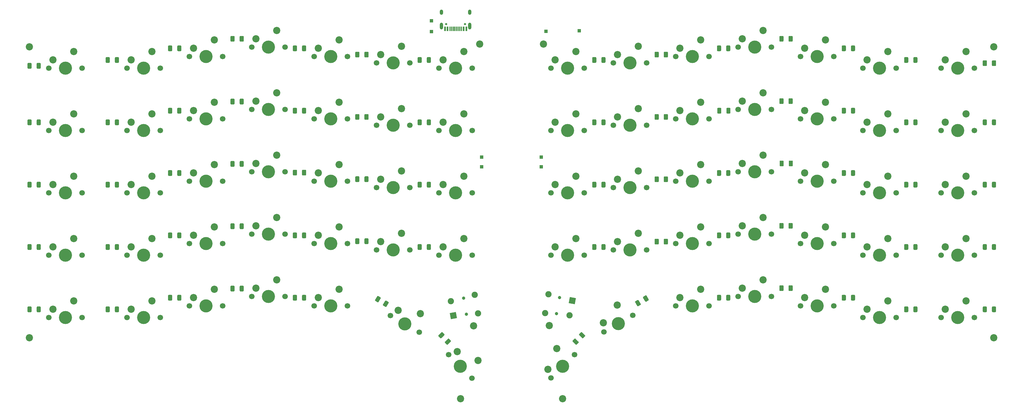
<source format=gbr>
%TF.GenerationSoftware,KiCad,Pcbnew,(5.1.10)-1*%
%TF.CreationDate,2021-09-03T09:57:26+02:00*%
%TF.ProjectId,T1,54312e6b-6963-4616-945f-706362585858,1.1*%
%TF.SameCoordinates,Original*%
%TF.FileFunction,Soldermask,Top*%
%TF.FilePolarity,Negative*%
%FSLAX46Y46*%
G04 Gerber Fmt 4.6, Leading zero omitted, Abs format (unit mm)*
G04 Created by KiCad (PCBNEW (5.1.10)-1) date 2021-09-03 09:57:26*
%MOMM*%
%LPD*%
G01*
G04 APERTURE LIST*
%ADD10C,2.200000*%
%ADD11C,1.700000*%
%ADD12C,4.000000*%
%ADD13R,1.000000X1.000000*%
%ADD14R,0.600000X1.450000*%
%ADD15R,0.300000X1.450000*%
%ADD16O,1.000000X2.100000*%
%ADD17C,0.650000*%
%ADD18O,1.000000X1.600000*%
%ADD19C,1.000000*%
%ADD20C,1.900000*%
%ADD21C,0.100000*%
G04 APERTURE END LIST*
D10*
%TO.C,REF\u002A\u002A*%
X161430000Y-128768000D03*
%TD*%
%TO.C,REF\u002A\u002A*%
X138316000Y-128895000D03*
%TD*%
%TO.C,REF\u002A\u002A*%
X297129500Y-132546250D03*
%TD*%
%TO.C,REF\u002A\u002A*%
X297129500Y-43646250D03*
%TD*%
%TO.C,REF\u002A\u002A*%
X2648250Y-43646250D03*
%TD*%
%TO.C,REF\u002A\u002A*%
X2648250Y-132546250D03*
%TD*%
%TO.C,REF\u002A\u002A*%
X165462250Y-151120000D03*
%TD*%
%TO.C,REF\u002A\u002A*%
X134315500Y-151120000D03*
%TD*%
%TO.C,REF\u002A\u002A*%
X140157500Y-42789000D03*
%TD*%
%TO.C,REF\u002A\u002A*%
X159620250Y-42789000D03*
%TD*%
D11*
%TO.C,SW21*%
X99739750Y-46630750D03*
X89579750Y-46630750D03*
D12*
X94659750Y-46630750D03*
D10*
X90849750Y-44090750D03*
X97199750Y-41550750D03*
%TD*%
D13*
%TO.C,D+*%
X140792500Y-77333000D03*
%TD*%
%TO.C,D-*%
X140792500Y-80254000D03*
%TD*%
D11*
%TO.C,SW45*%
X191148000Y-86635750D03*
X180988000Y-86635750D03*
D12*
X186068000Y-86635750D03*
D10*
X182258000Y-84095750D03*
X188608000Y-81555750D03*
%TD*%
D11*
%TO.C,SW43*%
X191141650Y-48529400D03*
X180981650Y-48529400D03*
D12*
X186061650Y-48529400D03*
D10*
X182251650Y-45989400D03*
X188601650Y-43449400D03*
%TD*%
D11*
%TO.C,SW26*%
X118796100Y-48529400D03*
X108636100Y-48529400D03*
D12*
X113716100Y-48529400D03*
D10*
X109906100Y-45989400D03*
X116256100Y-43449400D03*
%TD*%
D11*
%TO.C,SW16*%
X80689750Y-43709750D03*
X70529750Y-43709750D03*
D12*
X75609750Y-43709750D03*
D10*
X71799750Y-41169750D03*
X78149750Y-38629750D03*
%TD*%
D11*
%TO.C,SW72*%
X291224000Y-126386750D03*
X281064000Y-126386750D03*
D12*
X286144000Y-126386750D03*
D10*
X282334000Y-123846750D03*
X288684000Y-121306750D03*
%TD*%
D11*
%TO.C,SW71*%
X291224000Y-107336750D03*
X281064000Y-107336750D03*
D12*
X286144000Y-107336750D03*
D10*
X282334000Y-104796750D03*
X288684000Y-102256750D03*
%TD*%
D11*
%TO.C,SW70*%
X291224000Y-88286750D03*
X281064000Y-88286750D03*
D12*
X286144000Y-88286750D03*
D10*
X282334000Y-85746750D03*
X288684000Y-83206750D03*
%TD*%
D11*
%TO.C,SW69*%
X291224000Y-69236750D03*
X281064000Y-69236750D03*
D12*
X286144000Y-69236750D03*
D10*
X282334000Y-66696750D03*
X288684000Y-64156750D03*
%TD*%
D11*
%TO.C,SW68*%
X291224000Y-50186750D03*
X281064000Y-50186750D03*
D12*
X286144000Y-50186750D03*
D10*
X282334000Y-47646750D03*
X288684000Y-45106750D03*
%TD*%
D11*
%TO.C,SW67*%
X267348000Y-126386750D03*
X257188000Y-126386750D03*
D12*
X262268000Y-126386750D03*
D10*
X258458000Y-123846750D03*
X264808000Y-121306750D03*
%TD*%
D11*
%TO.C,SW66*%
X267348000Y-107336750D03*
X257188000Y-107336750D03*
D12*
X262268000Y-107336750D03*
D10*
X258458000Y-104796750D03*
X264808000Y-102256750D03*
%TD*%
D11*
%TO.C,SW65*%
X267348000Y-88286750D03*
X257188000Y-88286750D03*
D12*
X262268000Y-88286750D03*
D10*
X258458000Y-85746750D03*
X264808000Y-83206750D03*
%TD*%
D11*
%TO.C,SW64*%
X267348000Y-69236750D03*
X257188000Y-69236750D03*
D12*
X262268000Y-69236750D03*
D10*
X258458000Y-66696750D03*
X264808000Y-64156750D03*
%TD*%
D11*
%TO.C,SW63*%
X267348000Y-50186750D03*
X257188000Y-50186750D03*
D12*
X262268000Y-50186750D03*
D10*
X258458000Y-47646750D03*
X264808000Y-45106750D03*
%TD*%
D11*
%TO.C,SW62*%
X248298000Y-122830750D03*
X238138000Y-122830750D03*
D12*
X243218000Y-122830750D03*
D10*
X239408000Y-120290750D03*
X245758000Y-117750750D03*
%TD*%
D11*
%TO.C,SW61*%
X248298000Y-103780750D03*
X238138000Y-103780750D03*
D12*
X243218000Y-103780750D03*
D10*
X239408000Y-101240750D03*
X245758000Y-98700750D03*
%TD*%
D11*
%TO.C,SW60*%
X248298000Y-84730750D03*
X238138000Y-84730750D03*
D12*
X243218000Y-84730750D03*
D10*
X239408000Y-82190750D03*
X245758000Y-79650750D03*
%TD*%
D11*
%TO.C,SW59*%
X248298000Y-65680750D03*
X238138000Y-65680750D03*
D12*
X243218000Y-65680750D03*
D10*
X239408000Y-63140750D03*
X245758000Y-60600750D03*
%TD*%
D11*
%TO.C,SW58*%
X248298000Y-46630750D03*
X238138000Y-46630750D03*
D12*
X243218000Y-46630750D03*
D10*
X239408000Y-44090750D03*
X245758000Y-41550750D03*
%TD*%
D11*
%TO.C,SW57*%
X229248000Y-119909750D03*
X219088000Y-119909750D03*
D12*
X224168000Y-119909750D03*
D10*
X220358000Y-117369750D03*
X226708000Y-114829750D03*
%TD*%
D11*
%TO.C,SW56*%
X229248000Y-100859750D03*
X219088000Y-100859750D03*
D12*
X224168000Y-100859750D03*
D10*
X220358000Y-98319750D03*
X226708000Y-95779750D03*
%TD*%
D11*
%TO.C,SW55*%
X229248000Y-81809750D03*
X219088000Y-81809750D03*
D12*
X224168000Y-81809750D03*
D10*
X220358000Y-79269750D03*
X226708000Y-76729750D03*
%TD*%
D11*
%TO.C,SW54*%
X229248000Y-62759750D03*
X219088000Y-62759750D03*
D12*
X224168000Y-62759750D03*
D10*
X220358000Y-60219750D03*
X226708000Y-57679750D03*
%TD*%
D11*
%TO.C,SW53*%
X229248000Y-43709750D03*
X219088000Y-43709750D03*
D12*
X224168000Y-43709750D03*
D10*
X220358000Y-41169750D03*
X226708000Y-38629750D03*
%TD*%
D11*
%TO.C,SW52*%
X210198000Y-122830750D03*
X200038000Y-122830750D03*
D12*
X205118000Y-122830750D03*
D10*
X201308000Y-120290750D03*
X207658000Y-117750750D03*
%TD*%
D11*
%TO.C,SW51*%
X210198000Y-103780750D03*
X200038000Y-103780750D03*
D12*
X205118000Y-103780750D03*
D10*
X201308000Y-101240750D03*
X207658000Y-98700750D03*
%TD*%
D11*
%TO.C,SW50*%
X210198000Y-84730750D03*
X200038000Y-84730750D03*
D12*
X205118000Y-84730750D03*
D10*
X201308000Y-82190750D03*
X207658000Y-79650750D03*
%TD*%
D11*
%TO.C,SW49*%
X210198000Y-65680750D03*
X200038000Y-65680750D03*
D12*
X205118000Y-65680750D03*
D10*
X201308000Y-63140750D03*
X207658000Y-60600750D03*
%TD*%
D11*
%TO.C,SW48*%
X210198000Y-46630750D03*
X200038000Y-46630750D03*
D12*
X205118000Y-46630750D03*
D10*
X201308000Y-44090750D03*
X207658000Y-41550750D03*
%TD*%
D11*
%TO.C,SW47*%
X186911410Y-125706159D03*
X178112591Y-130786159D03*
D12*
X182512000Y-128246159D03*
D10*
X177942444Y-127951455D03*
X182171705Y-122576750D03*
%TD*%
D11*
%TO.C,SW46*%
X191148000Y-105685750D03*
X180988000Y-105685750D03*
D12*
X186068000Y-105685750D03*
D10*
X182258000Y-103145750D03*
X188608000Y-100605750D03*
%TD*%
D11*
%TO.C,SW44*%
X191148000Y-67585750D03*
X180988000Y-67585750D03*
D12*
X186068000Y-67585750D03*
D10*
X182258000Y-65045750D03*
X188608000Y-62505750D03*
%TD*%
D11*
%TO.C,SW42*%
X169086103Y-137653647D03*
X161901898Y-144837852D03*
D12*
X165494000Y-141245750D03*
D10*
X161003872Y-142143775D03*
X163697949Y-135857596D03*
%TD*%
D11*
%TO.C,SW41*%
X172098000Y-107336750D03*
X161938000Y-107336750D03*
D12*
X167018000Y-107336750D03*
D10*
X163208000Y-104796750D03*
X169558000Y-102256750D03*
%TD*%
D11*
%TO.C,SW40*%
X172098000Y-88286750D03*
X161938000Y-88286750D03*
D12*
X167018000Y-88286750D03*
D10*
X163208000Y-85746750D03*
X169558000Y-83206750D03*
%TD*%
D11*
%TO.C,SW39*%
X172098000Y-69236750D03*
X161938000Y-69236750D03*
D12*
X167018000Y-69236750D03*
D10*
X163208000Y-66696750D03*
X169558000Y-64156750D03*
%TD*%
D11*
%TO.C,SW38*%
X172098000Y-50186750D03*
X161938000Y-50186750D03*
D12*
X167018000Y-50186750D03*
D10*
X163208000Y-47646750D03*
X169558000Y-45106750D03*
%TD*%
%TO.C,D68*%
G36*
G01*
X295021000Y-85121750D02*
X295021000Y-86371750D01*
G75*
G02*
X294771000Y-86621750I-250000J0D01*
G01*
X294021000Y-86621750D01*
G75*
G02*
X293771000Y-86371750I0J250000D01*
G01*
X293771000Y-85121750D01*
G75*
G02*
X294021000Y-84871750I250000J0D01*
G01*
X294771000Y-84871750D01*
G75*
G02*
X295021000Y-85121750I0J-250000D01*
G01*
G37*
G36*
G01*
X297821000Y-85121750D02*
X297821000Y-86371750D01*
G75*
G02*
X297571000Y-86621750I-250000J0D01*
G01*
X296821000Y-86621750D01*
G75*
G02*
X296571000Y-86371750I0J250000D01*
G01*
X296571000Y-85121750D01*
G75*
G02*
X296821000Y-84871750I250000J0D01*
G01*
X297571000Y-84871750D01*
G75*
G02*
X297821000Y-85121750I0J-250000D01*
G01*
G37*
%TD*%
%TO.C,D60*%
G36*
G01*
X251965000Y-119665750D02*
X251965000Y-120915750D01*
G75*
G02*
X251715000Y-121165750I-250000J0D01*
G01*
X250965000Y-121165750D01*
G75*
G02*
X250715000Y-120915750I0J250000D01*
G01*
X250715000Y-119665750D01*
G75*
G02*
X250965000Y-119415750I250000J0D01*
G01*
X251715000Y-119415750D01*
G75*
G02*
X251965000Y-119665750I0J-250000D01*
G01*
G37*
G36*
G01*
X254765000Y-119665750D02*
X254765000Y-120915750D01*
G75*
G02*
X254515000Y-121165750I-250000J0D01*
G01*
X253765000Y-121165750D01*
G75*
G02*
X253515000Y-120915750I0J250000D01*
G01*
X253515000Y-119665750D01*
G75*
G02*
X253765000Y-119415750I250000J0D01*
G01*
X254515000Y-119415750D01*
G75*
G02*
X254765000Y-119665750I0J-250000D01*
G01*
G37*
%TD*%
%TO.C,D45*%
G36*
G01*
X188697894Y-121090984D02*
X189322894Y-122173516D01*
G75*
G02*
X189231388Y-122515022I-216506J-125000D01*
G01*
X188581868Y-122890022D01*
G75*
G02*
X188240362Y-122798516I-125000J216506D01*
G01*
X187615362Y-121715984D01*
G75*
G02*
X187706868Y-121374478I216506J125000D01*
G01*
X188356388Y-120999478D01*
G75*
G02*
X188697894Y-121090984I125000J-216506D01*
G01*
G37*
G36*
G01*
X191122766Y-119690984D02*
X191747766Y-120773516D01*
G75*
G02*
X191656260Y-121115022I-216506J-125000D01*
G01*
X191006740Y-121490022D01*
G75*
G02*
X190665234Y-121398516I-125000J216506D01*
G01*
X190040234Y-120315984D01*
G75*
G02*
X190131740Y-119974478I216506J125000D01*
G01*
X190781260Y-119599478D01*
G75*
G02*
X191122766Y-119690984I125000J-216506D01*
G01*
G37*
%TD*%
D14*
%TO.C,J1*%
X129573250Y-38166250D03*
X130373250Y-38166250D03*
X135273250Y-38166250D03*
X136073250Y-38166250D03*
X136073250Y-38166250D03*
X135273250Y-38166250D03*
X130373250Y-38166250D03*
X129573250Y-38166250D03*
D15*
X134573250Y-38166250D03*
X134073250Y-38166250D03*
X133573250Y-38166250D03*
X132573250Y-38166250D03*
X132073250Y-38166250D03*
X131573250Y-38166250D03*
X131073250Y-38166250D03*
X133073250Y-38166250D03*
D16*
X128503250Y-37251250D03*
X137143250Y-37251250D03*
D17*
X135713250Y-36721250D03*
D18*
X137143250Y-33071250D03*
D17*
X129933250Y-36721250D03*
D18*
X128503250Y-33071250D03*
%TD*%
D11*
%TO.C,SW35*%
X137821699Y-144855904D03*
X130637494Y-137671699D03*
D12*
X134229596Y-141263801D03*
D10*
X133331571Y-136773673D03*
X139617750Y-139467750D03*
%TD*%
D11*
%TO.C,SW34*%
X137839750Y-107336750D03*
X127679750Y-107336750D03*
D12*
X132759750Y-107336750D03*
D10*
X128949750Y-104796750D03*
X135299750Y-102256750D03*
%TD*%
D11*
%TO.C,SW33*%
X137839750Y-88286750D03*
X127679750Y-88286750D03*
D12*
X132759750Y-88286750D03*
D10*
X128949750Y-85746750D03*
X135299750Y-83206750D03*
%TD*%
D11*
%TO.C,SW32*%
X137839750Y-69236750D03*
X127679750Y-69236750D03*
D12*
X132759750Y-69236750D03*
D10*
X128949750Y-66696750D03*
X135299750Y-64156750D03*
%TD*%
D11*
%TO.C,SW31*%
X137839750Y-50186750D03*
X127679750Y-50186750D03*
D12*
X132759750Y-50186750D03*
D10*
X128949750Y-47646750D03*
X135299750Y-45106750D03*
%TD*%
D11*
%TO.C,SW30*%
X121665160Y-130831750D03*
X112866341Y-125751750D03*
D12*
X117265750Y-128291750D03*
D10*
X115236194Y-124187046D03*
X122005455Y-125162341D03*
%TD*%
D11*
%TO.C,SW29*%
X118789750Y-105685750D03*
X108629750Y-105685750D03*
D12*
X113709750Y-105685750D03*
D10*
X109899750Y-103145750D03*
X116249750Y-100605750D03*
%TD*%
D11*
%TO.C,SW28*%
X118789750Y-86635750D03*
X108629750Y-86635750D03*
D12*
X113709750Y-86635750D03*
D10*
X109899750Y-84095750D03*
X116249750Y-81555750D03*
%TD*%
D11*
%TO.C,SW27*%
X118789750Y-67585750D03*
X108629750Y-67585750D03*
D12*
X113709750Y-67585750D03*
D10*
X109899750Y-65045750D03*
X116249750Y-62505750D03*
%TD*%
D11*
%TO.C,SW25*%
X99739750Y-122830750D03*
X89579750Y-122830750D03*
D12*
X94659750Y-122830750D03*
D10*
X90849750Y-120290750D03*
X97199750Y-117750750D03*
%TD*%
D11*
%TO.C,SW24*%
X99739750Y-103780750D03*
X89579750Y-103780750D03*
D12*
X94659750Y-103780750D03*
D10*
X90849750Y-101240750D03*
X97199750Y-98700750D03*
%TD*%
D11*
%TO.C,SW23*%
X99739750Y-84730750D03*
X89579750Y-84730750D03*
D12*
X94659750Y-84730750D03*
D10*
X90849750Y-82190750D03*
X97199750Y-79650750D03*
%TD*%
D11*
%TO.C,SW22*%
X99739750Y-65680750D03*
X89579750Y-65680750D03*
D12*
X94659750Y-65680750D03*
D10*
X90849750Y-63140750D03*
X97199750Y-60600750D03*
%TD*%
D11*
%TO.C,SW20*%
X80689750Y-119909750D03*
X70529750Y-119909750D03*
D12*
X75609750Y-119909750D03*
D10*
X71799750Y-117369750D03*
X78149750Y-114829750D03*
%TD*%
D11*
%TO.C,SW19*%
X80689750Y-100859750D03*
X70529750Y-100859750D03*
D12*
X75609750Y-100859750D03*
D10*
X71799750Y-98319750D03*
X78149750Y-95779750D03*
%TD*%
D11*
%TO.C,SW18*%
X80689750Y-81809750D03*
X70529750Y-81809750D03*
D12*
X75609750Y-81809750D03*
D10*
X71799750Y-79269750D03*
X78149750Y-76729750D03*
%TD*%
D11*
%TO.C,SW17*%
X80689750Y-62759750D03*
X70529750Y-62759750D03*
D12*
X75609750Y-62759750D03*
D10*
X71799750Y-60219750D03*
X78149750Y-57679750D03*
%TD*%
D11*
%TO.C,SW15*%
X61639750Y-122830750D03*
X51479750Y-122830750D03*
D12*
X56559750Y-122830750D03*
D10*
X52749750Y-120290750D03*
X59099750Y-117750750D03*
%TD*%
D11*
%TO.C,SW14*%
X61639750Y-103780750D03*
X51479750Y-103780750D03*
D12*
X56559750Y-103780750D03*
D10*
X52749750Y-101240750D03*
X59099750Y-98700750D03*
%TD*%
D11*
%TO.C,SW13*%
X61639750Y-84730750D03*
X51479750Y-84730750D03*
D12*
X56559750Y-84730750D03*
D10*
X52749750Y-82190750D03*
X59099750Y-79650750D03*
%TD*%
D11*
%TO.C,SW12*%
X61639750Y-65680750D03*
X51479750Y-65680750D03*
D12*
X56559750Y-65680750D03*
D10*
X52749750Y-63140750D03*
X59099750Y-60600750D03*
%TD*%
D11*
%TO.C,SW11*%
X61639750Y-46630750D03*
X51479750Y-46630750D03*
D12*
X56559750Y-46630750D03*
D10*
X52749750Y-44090750D03*
X59099750Y-41550750D03*
%TD*%
D11*
%TO.C,SW10*%
X42589750Y-126386750D03*
X32429750Y-126386750D03*
D12*
X37509750Y-126386750D03*
D10*
X33699750Y-123846750D03*
X40049750Y-121306750D03*
%TD*%
D11*
%TO.C,SW9*%
X42589750Y-107336750D03*
X32429750Y-107336750D03*
D12*
X37509750Y-107336750D03*
D10*
X33699750Y-104796750D03*
X40049750Y-102256750D03*
%TD*%
D11*
%TO.C,SW8*%
X42589750Y-88286750D03*
X32429750Y-88286750D03*
D12*
X37509750Y-88286750D03*
D10*
X33699750Y-85746750D03*
X40049750Y-83206750D03*
%TD*%
D11*
%TO.C,SW7*%
X42589750Y-69236750D03*
X32429750Y-69236750D03*
D12*
X37509750Y-69236750D03*
D10*
X33699750Y-66696750D03*
X40049750Y-64156750D03*
%TD*%
D11*
%TO.C,SW6*%
X42589750Y-50186750D03*
X32429750Y-50186750D03*
D12*
X37509750Y-50186750D03*
D10*
X33699750Y-47646750D03*
X40049750Y-45106750D03*
%TD*%
D11*
%TO.C,SW5*%
X18713750Y-126386750D03*
X8553750Y-126386750D03*
D12*
X13633750Y-126386750D03*
D10*
X9823750Y-123846750D03*
X16173750Y-121306750D03*
%TD*%
D11*
%TO.C,SW4*%
X18713750Y-107336750D03*
X8553750Y-107336750D03*
D12*
X13633750Y-107336750D03*
D10*
X9823750Y-104796750D03*
X16173750Y-102256750D03*
%TD*%
D11*
%TO.C,SW3*%
X18713750Y-88286750D03*
X8553750Y-88286750D03*
D12*
X13633750Y-88286750D03*
D10*
X9823750Y-85746750D03*
X16173750Y-83206750D03*
%TD*%
D11*
%TO.C,SW2*%
X18713750Y-69236750D03*
X8553750Y-69236750D03*
D12*
X13633750Y-69236750D03*
D10*
X9823750Y-66696750D03*
X16173750Y-64156750D03*
%TD*%
D11*
%TO.C,SW1*%
X18713750Y-50186750D03*
X8553750Y-50186750D03*
D12*
X13633750Y-50186750D03*
D10*
X9823750Y-47646750D03*
X16173750Y-45106750D03*
%TD*%
D19*
%TO.C,J3*%
X164512777Y-120263101D03*
X163644536Y-125187140D03*
D20*
X167627179Y-125635531D03*
D21*
G36*
X167308063Y-121974498D02*
G01*
X167637994Y-120103363D01*
X169509129Y-120433294D01*
X169179198Y-122304429D01*
X167308063Y-121974498D01*
G37*
D20*
X160128250Y-124973294D03*
X161135409Y-119261409D03*
%TD*%
D19*
%TO.C,J2*%
X136097601Y-125314140D03*
X135229360Y-120390101D03*
D20*
X131333541Y-121330896D03*
D21*
G36*
X132885560Y-124661998D02*
G01*
X133215491Y-126533133D01*
X131344356Y-126863064D01*
X131014425Y-124991929D01*
X132885560Y-124661998D01*
G37*
D20*
X138606728Y-119388409D03*
X139613887Y-125100294D03*
%TD*%
%TO.C,D70*%
G36*
G01*
X295021000Y-123221750D02*
X295021000Y-124471750D01*
G75*
G02*
X294771000Y-124721750I-250000J0D01*
G01*
X294021000Y-124721750D01*
G75*
G02*
X293771000Y-124471750I0J250000D01*
G01*
X293771000Y-123221750D01*
G75*
G02*
X294021000Y-122971750I250000J0D01*
G01*
X294771000Y-122971750D01*
G75*
G02*
X295021000Y-123221750I0J-250000D01*
G01*
G37*
G36*
G01*
X297821000Y-123221750D02*
X297821000Y-124471750D01*
G75*
G02*
X297571000Y-124721750I-250000J0D01*
G01*
X296821000Y-124721750D01*
G75*
G02*
X296571000Y-124471750I0J250000D01*
G01*
X296571000Y-123221750D01*
G75*
G02*
X296821000Y-122971750I250000J0D01*
G01*
X297571000Y-122971750D01*
G75*
G02*
X297821000Y-123221750I0J-250000D01*
G01*
G37*
%TD*%
%TO.C,D69*%
G36*
G01*
X295021000Y-104171750D02*
X295021000Y-105421750D01*
G75*
G02*
X294771000Y-105671750I-250000J0D01*
G01*
X294021000Y-105671750D01*
G75*
G02*
X293771000Y-105421750I0J250000D01*
G01*
X293771000Y-104171750D01*
G75*
G02*
X294021000Y-103921750I250000J0D01*
G01*
X294771000Y-103921750D01*
G75*
G02*
X295021000Y-104171750I0J-250000D01*
G01*
G37*
G36*
G01*
X297821000Y-104171750D02*
X297821000Y-105421750D01*
G75*
G02*
X297571000Y-105671750I-250000J0D01*
G01*
X296821000Y-105671750D01*
G75*
G02*
X296571000Y-105421750I0J250000D01*
G01*
X296571000Y-104171750D01*
G75*
G02*
X296821000Y-103921750I250000J0D01*
G01*
X297571000Y-103921750D01*
G75*
G02*
X297821000Y-104171750I0J-250000D01*
G01*
G37*
%TD*%
%TO.C,D67*%
G36*
G01*
X295021000Y-66071750D02*
X295021000Y-67321750D01*
G75*
G02*
X294771000Y-67571750I-250000J0D01*
G01*
X294021000Y-67571750D01*
G75*
G02*
X293771000Y-67321750I0J250000D01*
G01*
X293771000Y-66071750D01*
G75*
G02*
X294021000Y-65821750I250000J0D01*
G01*
X294771000Y-65821750D01*
G75*
G02*
X295021000Y-66071750I0J-250000D01*
G01*
G37*
G36*
G01*
X297821000Y-66071750D02*
X297821000Y-67321750D01*
G75*
G02*
X297571000Y-67571750I-250000J0D01*
G01*
X296821000Y-67571750D01*
G75*
G02*
X296571000Y-67321750I0J250000D01*
G01*
X296571000Y-66071750D01*
G75*
G02*
X296821000Y-65821750I250000J0D01*
G01*
X297571000Y-65821750D01*
G75*
G02*
X297821000Y-66071750I0J-250000D01*
G01*
G37*
%TD*%
%TO.C,D66*%
G36*
G01*
X295021000Y-48006000D02*
X295021000Y-49256000D01*
G75*
G02*
X294771000Y-49506000I-250000J0D01*
G01*
X294021000Y-49506000D01*
G75*
G02*
X293771000Y-49256000I0J250000D01*
G01*
X293771000Y-48006000D01*
G75*
G02*
X294021000Y-47756000I250000J0D01*
G01*
X294771000Y-47756000D01*
G75*
G02*
X295021000Y-48006000I0J-250000D01*
G01*
G37*
G36*
G01*
X297821000Y-48006000D02*
X297821000Y-49256000D01*
G75*
G02*
X297571000Y-49506000I-250000J0D01*
G01*
X296821000Y-49506000D01*
G75*
G02*
X296571000Y-49256000I0J250000D01*
G01*
X296571000Y-48006000D01*
G75*
G02*
X296821000Y-47756000I250000J0D01*
G01*
X297571000Y-47756000D01*
G75*
G02*
X297821000Y-48006000I0J-250000D01*
G01*
G37*
%TD*%
%TO.C,D65*%
G36*
G01*
X271018000Y-123221750D02*
X271018000Y-124471750D01*
G75*
G02*
X270768000Y-124721750I-250000J0D01*
G01*
X270018000Y-124721750D01*
G75*
G02*
X269768000Y-124471750I0J250000D01*
G01*
X269768000Y-123221750D01*
G75*
G02*
X270018000Y-122971750I250000J0D01*
G01*
X270768000Y-122971750D01*
G75*
G02*
X271018000Y-123221750I0J-250000D01*
G01*
G37*
G36*
G01*
X273818000Y-123221750D02*
X273818000Y-124471750D01*
G75*
G02*
X273568000Y-124721750I-250000J0D01*
G01*
X272818000Y-124721750D01*
G75*
G02*
X272568000Y-124471750I0J250000D01*
G01*
X272568000Y-123221750D01*
G75*
G02*
X272818000Y-122971750I250000J0D01*
G01*
X273568000Y-122971750D01*
G75*
G02*
X273818000Y-123221750I0J-250000D01*
G01*
G37*
%TD*%
%TO.C,D64*%
G36*
G01*
X271018000Y-104171750D02*
X271018000Y-105421750D01*
G75*
G02*
X270768000Y-105671750I-250000J0D01*
G01*
X270018000Y-105671750D01*
G75*
G02*
X269768000Y-105421750I0J250000D01*
G01*
X269768000Y-104171750D01*
G75*
G02*
X270018000Y-103921750I250000J0D01*
G01*
X270768000Y-103921750D01*
G75*
G02*
X271018000Y-104171750I0J-250000D01*
G01*
G37*
G36*
G01*
X273818000Y-104171750D02*
X273818000Y-105421750D01*
G75*
G02*
X273568000Y-105671750I-250000J0D01*
G01*
X272818000Y-105671750D01*
G75*
G02*
X272568000Y-105421750I0J250000D01*
G01*
X272568000Y-104171750D01*
G75*
G02*
X272818000Y-103921750I250000J0D01*
G01*
X273568000Y-103921750D01*
G75*
G02*
X273818000Y-104171750I0J-250000D01*
G01*
G37*
%TD*%
%TO.C,D63*%
G36*
G01*
X271015000Y-85121750D02*
X271015000Y-86371750D01*
G75*
G02*
X270765000Y-86621750I-250000J0D01*
G01*
X270015000Y-86621750D01*
G75*
G02*
X269765000Y-86371750I0J250000D01*
G01*
X269765000Y-85121750D01*
G75*
G02*
X270015000Y-84871750I250000J0D01*
G01*
X270765000Y-84871750D01*
G75*
G02*
X271015000Y-85121750I0J-250000D01*
G01*
G37*
G36*
G01*
X273815000Y-85121750D02*
X273815000Y-86371750D01*
G75*
G02*
X273565000Y-86621750I-250000J0D01*
G01*
X272815000Y-86621750D01*
G75*
G02*
X272565000Y-86371750I0J250000D01*
G01*
X272565000Y-85121750D01*
G75*
G02*
X272815000Y-84871750I250000J0D01*
G01*
X273565000Y-84871750D01*
G75*
G02*
X273815000Y-85121750I0J-250000D01*
G01*
G37*
%TD*%
%TO.C,D62*%
G36*
G01*
X271018000Y-66071750D02*
X271018000Y-67321750D01*
G75*
G02*
X270768000Y-67571750I-250000J0D01*
G01*
X270018000Y-67571750D01*
G75*
G02*
X269768000Y-67321750I0J250000D01*
G01*
X269768000Y-66071750D01*
G75*
G02*
X270018000Y-65821750I250000J0D01*
G01*
X270768000Y-65821750D01*
G75*
G02*
X271018000Y-66071750I0J-250000D01*
G01*
G37*
G36*
G01*
X273818000Y-66071750D02*
X273818000Y-67321750D01*
G75*
G02*
X273568000Y-67571750I-250000J0D01*
G01*
X272818000Y-67571750D01*
G75*
G02*
X272568000Y-67321750I0J250000D01*
G01*
X272568000Y-66071750D01*
G75*
G02*
X272818000Y-65821750I250000J0D01*
G01*
X273568000Y-65821750D01*
G75*
G02*
X273818000Y-66071750I0J-250000D01*
G01*
G37*
%TD*%
%TO.C,D61*%
G36*
G01*
X271018000Y-47021750D02*
X271018000Y-48271750D01*
G75*
G02*
X270768000Y-48521750I-250000J0D01*
G01*
X270018000Y-48521750D01*
G75*
G02*
X269768000Y-48271750I0J250000D01*
G01*
X269768000Y-47021750D01*
G75*
G02*
X270018000Y-46771750I250000J0D01*
G01*
X270768000Y-46771750D01*
G75*
G02*
X271018000Y-47021750I0J-250000D01*
G01*
G37*
G36*
G01*
X273818000Y-47021750D02*
X273818000Y-48271750D01*
G75*
G02*
X273568000Y-48521750I-250000J0D01*
G01*
X272818000Y-48521750D01*
G75*
G02*
X272568000Y-48271750I0J250000D01*
G01*
X272568000Y-47021750D01*
G75*
G02*
X272818000Y-46771750I250000J0D01*
G01*
X273568000Y-46771750D01*
G75*
G02*
X273818000Y-47021750I0J-250000D01*
G01*
G37*
%TD*%
%TO.C,D59*%
G36*
G01*
X251968000Y-100615750D02*
X251968000Y-101865750D01*
G75*
G02*
X251718000Y-102115750I-250000J0D01*
G01*
X250968000Y-102115750D01*
G75*
G02*
X250718000Y-101865750I0J250000D01*
G01*
X250718000Y-100615750D01*
G75*
G02*
X250968000Y-100365750I250000J0D01*
G01*
X251718000Y-100365750D01*
G75*
G02*
X251968000Y-100615750I0J-250000D01*
G01*
G37*
G36*
G01*
X254768000Y-100615750D02*
X254768000Y-101865750D01*
G75*
G02*
X254518000Y-102115750I-250000J0D01*
G01*
X253768000Y-102115750D01*
G75*
G02*
X253518000Y-101865750I0J250000D01*
G01*
X253518000Y-100615750D01*
G75*
G02*
X253768000Y-100365750I250000J0D01*
G01*
X254518000Y-100365750D01*
G75*
G02*
X254768000Y-100615750I0J-250000D01*
G01*
G37*
%TD*%
%TO.C,D58*%
G36*
G01*
X251968000Y-81565750D02*
X251968000Y-82815750D01*
G75*
G02*
X251718000Y-83065750I-250000J0D01*
G01*
X250968000Y-83065750D01*
G75*
G02*
X250718000Y-82815750I0J250000D01*
G01*
X250718000Y-81565750D01*
G75*
G02*
X250968000Y-81315750I250000J0D01*
G01*
X251718000Y-81315750D01*
G75*
G02*
X251968000Y-81565750I0J-250000D01*
G01*
G37*
G36*
G01*
X254768000Y-81565750D02*
X254768000Y-82815750D01*
G75*
G02*
X254518000Y-83065750I-250000J0D01*
G01*
X253768000Y-83065750D01*
G75*
G02*
X253518000Y-82815750I0J250000D01*
G01*
X253518000Y-81565750D01*
G75*
G02*
X253768000Y-81315750I250000J0D01*
G01*
X254518000Y-81315750D01*
G75*
G02*
X254768000Y-81565750I0J-250000D01*
G01*
G37*
%TD*%
%TO.C,D57*%
G36*
G01*
X251968000Y-62515750D02*
X251968000Y-63765750D01*
G75*
G02*
X251718000Y-64015750I-250000J0D01*
G01*
X250968000Y-64015750D01*
G75*
G02*
X250718000Y-63765750I0J250000D01*
G01*
X250718000Y-62515750D01*
G75*
G02*
X250968000Y-62265750I250000J0D01*
G01*
X251718000Y-62265750D01*
G75*
G02*
X251968000Y-62515750I0J-250000D01*
G01*
G37*
G36*
G01*
X254768000Y-62515750D02*
X254768000Y-63765750D01*
G75*
G02*
X254518000Y-64015750I-250000J0D01*
G01*
X253768000Y-64015750D01*
G75*
G02*
X253518000Y-63765750I0J250000D01*
G01*
X253518000Y-62515750D01*
G75*
G02*
X253768000Y-62265750I250000J0D01*
G01*
X254518000Y-62265750D01*
G75*
G02*
X254768000Y-62515750I0J-250000D01*
G01*
G37*
%TD*%
%TO.C,D56*%
G36*
G01*
X251968000Y-43465750D02*
X251968000Y-44715750D01*
G75*
G02*
X251718000Y-44965750I-250000J0D01*
G01*
X250968000Y-44965750D01*
G75*
G02*
X250718000Y-44715750I0J250000D01*
G01*
X250718000Y-43465750D01*
G75*
G02*
X250968000Y-43215750I250000J0D01*
G01*
X251718000Y-43215750D01*
G75*
G02*
X251968000Y-43465750I0J-250000D01*
G01*
G37*
G36*
G01*
X254768000Y-43465750D02*
X254768000Y-44715750D01*
G75*
G02*
X254518000Y-44965750I-250000J0D01*
G01*
X253768000Y-44965750D01*
G75*
G02*
X253518000Y-44715750I0J250000D01*
G01*
X253518000Y-43465750D01*
G75*
G02*
X253768000Y-43215750I250000J0D01*
G01*
X254518000Y-43215750D01*
G75*
G02*
X254768000Y-43465750I0J-250000D01*
G01*
G37*
%TD*%
%TO.C,D55*%
G36*
G01*
X232918000Y-116744750D02*
X232918000Y-117994750D01*
G75*
G02*
X232668000Y-118244750I-250000J0D01*
G01*
X231918000Y-118244750D01*
G75*
G02*
X231668000Y-117994750I0J250000D01*
G01*
X231668000Y-116744750D01*
G75*
G02*
X231918000Y-116494750I250000J0D01*
G01*
X232668000Y-116494750D01*
G75*
G02*
X232918000Y-116744750I0J-250000D01*
G01*
G37*
G36*
G01*
X235718000Y-116744750D02*
X235718000Y-117994750D01*
G75*
G02*
X235468000Y-118244750I-250000J0D01*
G01*
X234718000Y-118244750D01*
G75*
G02*
X234468000Y-117994750I0J250000D01*
G01*
X234468000Y-116744750D01*
G75*
G02*
X234718000Y-116494750I250000J0D01*
G01*
X235468000Y-116494750D01*
G75*
G02*
X235718000Y-116744750I0J-250000D01*
G01*
G37*
%TD*%
%TO.C,D54*%
G36*
G01*
X232918000Y-97694750D02*
X232918000Y-98944750D01*
G75*
G02*
X232668000Y-99194750I-250000J0D01*
G01*
X231918000Y-99194750D01*
G75*
G02*
X231668000Y-98944750I0J250000D01*
G01*
X231668000Y-97694750D01*
G75*
G02*
X231918000Y-97444750I250000J0D01*
G01*
X232668000Y-97444750D01*
G75*
G02*
X232918000Y-97694750I0J-250000D01*
G01*
G37*
G36*
G01*
X235718000Y-97694750D02*
X235718000Y-98944750D01*
G75*
G02*
X235468000Y-99194750I-250000J0D01*
G01*
X234718000Y-99194750D01*
G75*
G02*
X234468000Y-98944750I0J250000D01*
G01*
X234468000Y-97694750D01*
G75*
G02*
X234718000Y-97444750I250000J0D01*
G01*
X235468000Y-97444750D01*
G75*
G02*
X235718000Y-97694750I0J-250000D01*
G01*
G37*
%TD*%
%TO.C,D53*%
G36*
G01*
X232978500Y-78644750D02*
X232978500Y-79894750D01*
G75*
G02*
X232728500Y-80144750I-250000J0D01*
G01*
X231978500Y-80144750D01*
G75*
G02*
X231728500Y-79894750I0J250000D01*
G01*
X231728500Y-78644750D01*
G75*
G02*
X231978500Y-78394750I250000J0D01*
G01*
X232728500Y-78394750D01*
G75*
G02*
X232978500Y-78644750I0J-250000D01*
G01*
G37*
G36*
G01*
X235778500Y-78644750D02*
X235778500Y-79894750D01*
G75*
G02*
X235528500Y-80144750I-250000J0D01*
G01*
X234778500Y-80144750D01*
G75*
G02*
X234528500Y-79894750I0J250000D01*
G01*
X234528500Y-78644750D01*
G75*
G02*
X234778500Y-78394750I250000J0D01*
G01*
X235528500Y-78394750D01*
G75*
G02*
X235778500Y-78644750I0J-250000D01*
G01*
G37*
%TD*%
%TO.C,D52*%
G36*
G01*
X232918000Y-59594750D02*
X232918000Y-60844750D01*
G75*
G02*
X232668000Y-61094750I-250000J0D01*
G01*
X231918000Y-61094750D01*
G75*
G02*
X231668000Y-60844750I0J250000D01*
G01*
X231668000Y-59594750D01*
G75*
G02*
X231918000Y-59344750I250000J0D01*
G01*
X232668000Y-59344750D01*
G75*
G02*
X232918000Y-59594750I0J-250000D01*
G01*
G37*
G36*
G01*
X235718000Y-59594750D02*
X235718000Y-60844750D01*
G75*
G02*
X235468000Y-61094750I-250000J0D01*
G01*
X234718000Y-61094750D01*
G75*
G02*
X234468000Y-60844750I0J250000D01*
G01*
X234468000Y-59594750D01*
G75*
G02*
X234718000Y-59344750I250000J0D01*
G01*
X235468000Y-59344750D01*
G75*
G02*
X235718000Y-59594750I0J-250000D01*
G01*
G37*
%TD*%
%TO.C,D51*%
G36*
G01*
X232915000Y-40544750D02*
X232915000Y-41794750D01*
G75*
G02*
X232665000Y-42044750I-250000J0D01*
G01*
X231915000Y-42044750D01*
G75*
G02*
X231665000Y-41794750I0J250000D01*
G01*
X231665000Y-40544750D01*
G75*
G02*
X231915000Y-40294750I250000J0D01*
G01*
X232665000Y-40294750D01*
G75*
G02*
X232915000Y-40544750I0J-250000D01*
G01*
G37*
G36*
G01*
X235715000Y-40544750D02*
X235715000Y-41794750D01*
G75*
G02*
X235465000Y-42044750I-250000J0D01*
G01*
X234715000Y-42044750D01*
G75*
G02*
X234465000Y-41794750I0J250000D01*
G01*
X234465000Y-40544750D01*
G75*
G02*
X234715000Y-40294750I250000J0D01*
G01*
X235465000Y-40294750D01*
G75*
G02*
X235715000Y-40544750I0J-250000D01*
G01*
G37*
%TD*%
%TO.C,D50*%
G36*
G01*
X213868000Y-119665750D02*
X213868000Y-120915750D01*
G75*
G02*
X213618000Y-121165750I-250000J0D01*
G01*
X212868000Y-121165750D01*
G75*
G02*
X212618000Y-120915750I0J250000D01*
G01*
X212618000Y-119665750D01*
G75*
G02*
X212868000Y-119415750I250000J0D01*
G01*
X213618000Y-119415750D01*
G75*
G02*
X213868000Y-119665750I0J-250000D01*
G01*
G37*
G36*
G01*
X216668000Y-119665750D02*
X216668000Y-120915750D01*
G75*
G02*
X216418000Y-121165750I-250000J0D01*
G01*
X215668000Y-121165750D01*
G75*
G02*
X215418000Y-120915750I0J250000D01*
G01*
X215418000Y-119665750D01*
G75*
G02*
X215668000Y-119415750I250000J0D01*
G01*
X216418000Y-119415750D01*
G75*
G02*
X216668000Y-119665750I0J-250000D01*
G01*
G37*
%TD*%
%TO.C,D49*%
G36*
G01*
X213868000Y-100615750D02*
X213868000Y-101865750D01*
G75*
G02*
X213618000Y-102115750I-250000J0D01*
G01*
X212868000Y-102115750D01*
G75*
G02*
X212618000Y-101865750I0J250000D01*
G01*
X212618000Y-100615750D01*
G75*
G02*
X212868000Y-100365750I250000J0D01*
G01*
X213618000Y-100365750D01*
G75*
G02*
X213868000Y-100615750I0J-250000D01*
G01*
G37*
G36*
G01*
X216668000Y-100615750D02*
X216668000Y-101865750D01*
G75*
G02*
X216418000Y-102115750I-250000J0D01*
G01*
X215668000Y-102115750D01*
G75*
G02*
X215418000Y-101865750I0J250000D01*
G01*
X215418000Y-100615750D01*
G75*
G02*
X215668000Y-100365750I250000J0D01*
G01*
X216418000Y-100365750D01*
G75*
G02*
X216668000Y-100615750I0J-250000D01*
G01*
G37*
%TD*%
%TO.C,D48*%
G36*
G01*
X213868000Y-81565750D02*
X213868000Y-82815750D01*
G75*
G02*
X213618000Y-83065750I-250000J0D01*
G01*
X212868000Y-83065750D01*
G75*
G02*
X212618000Y-82815750I0J250000D01*
G01*
X212618000Y-81565750D01*
G75*
G02*
X212868000Y-81315750I250000J0D01*
G01*
X213618000Y-81315750D01*
G75*
G02*
X213868000Y-81565750I0J-250000D01*
G01*
G37*
G36*
G01*
X216668000Y-81565750D02*
X216668000Y-82815750D01*
G75*
G02*
X216418000Y-83065750I-250000J0D01*
G01*
X215668000Y-83065750D01*
G75*
G02*
X215418000Y-82815750I0J250000D01*
G01*
X215418000Y-81565750D01*
G75*
G02*
X215668000Y-81315750I250000J0D01*
G01*
X216418000Y-81315750D01*
G75*
G02*
X216668000Y-81565750I0J-250000D01*
G01*
G37*
%TD*%
%TO.C,D47*%
G36*
G01*
X213931500Y-62515750D02*
X213931500Y-63765750D01*
G75*
G02*
X213681500Y-64015750I-250000J0D01*
G01*
X212931500Y-64015750D01*
G75*
G02*
X212681500Y-63765750I0J250000D01*
G01*
X212681500Y-62515750D01*
G75*
G02*
X212931500Y-62265750I250000J0D01*
G01*
X213681500Y-62265750D01*
G75*
G02*
X213931500Y-62515750I0J-250000D01*
G01*
G37*
G36*
G01*
X216731500Y-62515750D02*
X216731500Y-63765750D01*
G75*
G02*
X216481500Y-64015750I-250000J0D01*
G01*
X215731500Y-64015750D01*
G75*
G02*
X215481500Y-63765750I0J250000D01*
G01*
X215481500Y-62515750D01*
G75*
G02*
X215731500Y-62265750I250000J0D01*
G01*
X216481500Y-62265750D01*
G75*
G02*
X216731500Y-62515750I0J-250000D01*
G01*
G37*
%TD*%
%TO.C,D46*%
G36*
G01*
X213868000Y-43465750D02*
X213868000Y-44715750D01*
G75*
G02*
X213618000Y-44965750I-250000J0D01*
G01*
X212868000Y-44965750D01*
G75*
G02*
X212618000Y-44715750I0J250000D01*
G01*
X212618000Y-43465750D01*
G75*
G02*
X212868000Y-43215750I250000J0D01*
G01*
X213618000Y-43215750D01*
G75*
G02*
X213868000Y-43465750I0J-250000D01*
G01*
G37*
G36*
G01*
X216668000Y-43465750D02*
X216668000Y-44715750D01*
G75*
G02*
X216418000Y-44965750I-250000J0D01*
G01*
X215668000Y-44965750D01*
G75*
G02*
X215418000Y-44715750I0J250000D01*
G01*
X215418000Y-43465750D01*
G75*
G02*
X215668000Y-43215750I250000J0D01*
G01*
X216418000Y-43215750D01*
G75*
G02*
X216668000Y-43465750I0J-250000D01*
G01*
G37*
%TD*%
%TO.C,D44*%
G36*
G01*
X194818000Y-102520750D02*
X194818000Y-103770750D01*
G75*
G02*
X194568000Y-104020750I-250000J0D01*
G01*
X193818000Y-104020750D01*
G75*
G02*
X193568000Y-103770750I0J250000D01*
G01*
X193568000Y-102520750D01*
G75*
G02*
X193818000Y-102270750I250000J0D01*
G01*
X194568000Y-102270750D01*
G75*
G02*
X194818000Y-102520750I0J-250000D01*
G01*
G37*
G36*
G01*
X197618000Y-102520750D02*
X197618000Y-103770750D01*
G75*
G02*
X197368000Y-104020750I-250000J0D01*
G01*
X196618000Y-104020750D01*
G75*
G02*
X196368000Y-103770750I0J250000D01*
G01*
X196368000Y-102520750D01*
G75*
G02*
X196618000Y-102270750I250000J0D01*
G01*
X197368000Y-102270750D01*
G75*
G02*
X197618000Y-102520750I0J-250000D01*
G01*
G37*
%TD*%
%TO.C,D43*%
G36*
G01*
X194818000Y-83470750D02*
X194818000Y-84720750D01*
G75*
G02*
X194568000Y-84970750I-250000J0D01*
G01*
X193818000Y-84970750D01*
G75*
G02*
X193568000Y-84720750I0J250000D01*
G01*
X193568000Y-83470750D01*
G75*
G02*
X193818000Y-83220750I250000J0D01*
G01*
X194568000Y-83220750D01*
G75*
G02*
X194818000Y-83470750I0J-250000D01*
G01*
G37*
G36*
G01*
X197618000Y-83470750D02*
X197618000Y-84720750D01*
G75*
G02*
X197368000Y-84970750I-250000J0D01*
G01*
X196618000Y-84970750D01*
G75*
G02*
X196368000Y-84720750I0J250000D01*
G01*
X196368000Y-83470750D01*
G75*
G02*
X196618000Y-83220750I250000J0D01*
G01*
X197368000Y-83220750D01*
G75*
G02*
X197618000Y-83470750I0J-250000D01*
G01*
G37*
%TD*%
%TO.C,D42*%
G36*
G01*
X194818000Y-64420750D02*
X194818000Y-65670750D01*
G75*
G02*
X194568000Y-65920750I-250000J0D01*
G01*
X193818000Y-65920750D01*
G75*
G02*
X193568000Y-65670750I0J250000D01*
G01*
X193568000Y-64420750D01*
G75*
G02*
X193818000Y-64170750I250000J0D01*
G01*
X194568000Y-64170750D01*
G75*
G02*
X194818000Y-64420750I0J-250000D01*
G01*
G37*
G36*
G01*
X197618000Y-64420750D02*
X197618000Y-65670750D01*
G75*
G02*
X197368000Y-65920750I-250000J0D01*
G01*
X196618000Y-65920750D01*
G75*
G02*
X196368000Y-65670750I0J250000D01*
G01*
X196368000Y-64420750D01*
G75*
G02*
X196618000Y-64170750I250000J0D01*
G01*
X197368000Y-64170750D01*
G75*
G02*
X197618000Y-64420750I0J-250000D01*
G01*
G37*
%TD*%
%TO.C,D41*%
G36*
G01*
X194818000Y-45370750D02*
X194818000Y-46620750D01*
G75*
G02*
X194568000Y-46870750I-250000J0D01*
G01*
X193818000Y-46870750D01*
G75*
G02*
X193568000Y-46620750I0J250000D01*
G01*
X193568000Y-45370750D01*
G75*
G02*
X193818000Y-45120750I250000J0D01*
G01*
X194568000Y-45120750D01*
G75*
G02*
X194818000Y-45370750I0J-250000D01*
G01*
G37*
G36*
G01*
X197618000Y-45370750D02*
X197618000Y-46620750D01*
G75*
G02*
X197368000Y-46870750I-250000J0D01*
G01*
X196618000Y-46870750D01*
G75*
G02*
X196368000Y-46620750I0J250000D01*
G01*
X196368000Y-45370750D01*
G75*
G02*
X196618000Y-45120750I250000J0D01*
G01*
X197368000Y-45120750D01*
G75*
G02*
X197618000Y-45370750I0J-250000D01*
G01*
G37*
%TD*%
%TO.C,D40*%
G36*
G01*
X169457051Y-132842815D02*
X170340935Y-133726699D01*
G75*
G02*
X170340935Y-134080253I-176777J-176777D01*
G01*
X169810605Y-134610583D01*
G75*
G02*
X169457051Y-134610583I-176777J176777D01*
G01*
X168573167Y-133726699D01*
G75*
G02*
X168573167Y-133373145I176777J176777D01*
G01*
X169103497Y-132842815D01*
G75*
G02*
X169457051Y-132842815I176777J-176777D01*
G01*
G37*
G36*
G01*
X171436949Y-130862917D02*
X172320833Y-131746801D01*
G75*
G02*
X172320833Y-132100355I-176777J-176777D01*
G01*
X171790503Y-132630685D01*
G75*
G02*
X171436949Y-132630685I-176777J176777D01*
G01*
X170553065Y-131746801D01*
G75*
G02*
X170553065Y-131393247I176777J176777D01*
G01*
X171083395Y-130862917D01*
G75*
G02*
X171436949Y-130862917I176777J-176777D01*
G01*
G37*
%TD*%
%TO.C,D39*%
G36*
G01*
X175768000Y-104171750D02*
X175768000Y-105421750D01*
G75*
G02*
X175518000Y-105671750I-250000J0D01*
G01*
X174768000Y-105671750D01*
G75*
G02*
X174518000Y-105421750I0J250000D01*
G01*
X174518000Y-104171750D01*
G75*
G02*
X174768000Y-103921750I250000J0D01*
G01*
X175518000Y-103921750D01*
G75*
G02*
X175768000Y-104171750I0J-250000D01*
G01*
G37*
G36*
G01*
X178568000Y-104171750D02*
X178568000Y-105421750D01*
G75*
G02*
X178318000Y-105671750I-250000J0D01*
G01*
X177568000Y-105671750D01*
G75*
G02*
X177318000Y-105421750I0J250000D01*
G01*
X177318000Y-104171750D01*
G75*
G02*
X177568000Y-103921750I250000J0D01*
G01*
X178318000Y-103921750D01*
G75*
G02*
X178568000Y-104171750I0J-250000D01*
G01*
G37*
%TD*%
%TO.C,D38*%
G36*
G01*
X175768000Y-85121750D02*
X175768000Y-86371750D01*
G75*
G02*
X175518000Y-86621750I-250000J0D01*
G01*
X174768000Y-86621750D01*
G75*
G02*
X174518000Y-86371750I0J250000D01*
G01*
X174518000Y-85121750D01*
G75*
G02*
X174768000Y-84871750I250000J0D01*
G01*
X175518000Y-84871750D01*
G75*
G02*
X175768000Y-85121750I0J-250000D01*
G01*
G37*
G36*
G01*
X178568000Y-85121750D02*
X178568000Y-86371750D01*
G75*
G02*
X178318000Y-86621750I-250000J0D01*
G01*
X177568000Y-86621750D01*
G75*
G02*
X177318000Y-86371750I0J250000D01*
G01*
X177318000Y-85121750D01*
G75*
G02*
X177568000Y-84871750I250000J0D01*
G01*
X178318000Y-84871750D01*
G75*
G02*
X178568000Y-85121750I0J-250000D01*
G01*
G37*
%TD*%
%TO.C,D37*%
G36*
G01*
X175768000Y-66071750D02*
X175768000Y-67321750D01*
G75*
G02*
X175518000Y-67571750I-250000J0D01*
G01*
X174768000Y-67571750D01*
G75*
G02*
X174518000Y-67321750I0J250000D01*
G01*
X174518000Y-66071750D01*
G75*
G02*
X174768000Y-65821750I250000J0D01*
G01*
X175518000Y-65821750D01*
G75*
G02*
X175768000Y-66071750I0J-250000D01*
G01*
G37*
G36*
G01*
X178568000Y-66071750D02*
X178568000Y-67321750D01*
G75*
G02*
X178318000Y-67571750I-250000J0D01*
G01*
X177568000Y-67571750D01*
G75*
G02*
X177318000Y-67321750I0J250000D01*
G01*
X177318000Y-66071750D01*
G75*
G02*
X177568000Y-65821750I250000J0D01*
G01*
X178318000Y-65821750D01*
G75*
G02*
X178568000Y-66071750I0J-250000D01*
G01*
G37*
%TD*%
%TO.C,D36*%
G36*
G01*
X175768000Y-47021750D02*
X175768000Y-48271750D01*
G75*
G02*
X175518000Y-48521750I-250000J0D01*
G01*
X174768000Y-48521750D01*
G75*
G02*
X174518000Y-48271750I0J250000D01*
G01*
X174518000Y-47021750D01*
G75*
G02*
X174768000Y-46771750I250000J0D01*
G01*
X175518000Y-46771750D01*
G75*
G02*
X175768000Y-47021750I0J-250000D01*
G01*
G37*
G36*
G01*
X178568000Y-47021750D02*
X178568000Y-48271750D01*
G75*
G02*
X178318000Y-48521750I-250000J0D01*
G01*
X177568000Y-48521750D01*
G75*
G02*
X177318000Y-48271750I0J250000D01*
G01*
X177318000Y-47021750D01*
G75*
G02*
X177568000Y-46771750I250000J0D01*
G01*
X178318000Y-46771750D01*
G75*
G02*
X178568000Y-47021750I0J-250000D01*
G01*
G37*
%TD*%
%TO.C,D35*%
G36*
G01*
X129563815Y-133726699D02*
X130447699Y-132842815D01*
G75*
G02*
X130801253Y-132842815I176777J-176777D01*
G01*
X131331583Y-133373145D01*
G75*
G02*
X131331583Y-133726699I-176777J-176777D01*
G01*
X130447699Y-134610583D01*
G75*
G02*
X130094145Y-134610583I-176777J176777D01*
G01*
X129563815Y-134080253D01*
G75*
G02*
X129563815Y-133726699I176777J176777D01*
G01*
G37*
G36*
G01*
X127583917Y-131746801D02*
X128467801Y-130862917D01*
G75*
G02*
X128821355Y-130862917I176777J-176777D01*
G01*
X129351685Y-131393247D01*
G75*
G02*
X129351685Y-131746801I-176777J-176777D01*
G01*
X128467801Y-132630685D01*
G75*
G02*
X128114247Y-132630685I-176777J176777D01*
G01*
X127583917Y-132100355D01*
G75*
G02*
X127583917Y-131746801I176777J176777D01*
G01*
G37*
%TD*%
%TO.C,D34*%
G36*
G01*
X124009750Y-105421750D02*
X124009750Y-104171750D01*
G75*
G02*
X124259750Y-103921750I250000J0D01*
G01*
X125009750Y-103921750D01*
G75*
G02*
X125259750Y-104171750I0J-250000D01*
G01*
X125259750Y-105421750D01*
G75*
G02*
X125009750Y-105671750I-250000J0D01*
G01*
X124259750Y-105671750D01*
G75*
G02*
X124009750Y-105421750I0J250000D01*
G01*
G37*
G36*
G01*
X121209750Y-105421750D02*
X121209750Y-104171750D01*
G75*
G02*
X121459750Y-103921750I250000J0D01*
G01*
X122209750Y-103921750D01*
G75*
G02*
X122459750Y-104171750I0J-250000D01*
G01*
X122459750Y-105421750D01*
G75*
G02*
X122209750Y-105671750I-250000J0D01*
G01*
X121459750Y-105671750D01*
G75*
G02*
X121209750Y-105421750I0J250000D01*
G01*
G37*
%TD*%
%TO.C,D33*%
G36*
G01*
X124009750Y-86371750D02*
X124009750Y-85121750D01*
G75*
G02*
X124259750Y-84871750I250000J0D01*
G01*
X125009750Y-84871750D01*
G75*
G02*
X125259750Y-85121750I0J-250000D01*
G01*
X125259750Y-86371750D01*
G75*
G02*
X125009750Y-86621750I-250000J0D01*
G01*
X124259750Y-86621750D01*
G75*
G02*
X124009750Y-86371750I0J250000D01*
G01*
G37*
G36*
G01*
X121209750Y-86371750D02*
X121209750Y-85121750D01*
G75*
G02*
X121459750Y-84871750I250000J0D01*
G01*
X122209750Y-84871750D01*
G75*
G02*
X122459750Y-85121750I0J-250000D01*
G01*
X122459750Y-86371750D01*
G75*
G02*
X122209750Y-86621750I-250000J0D01*
G01*
X121459750Y-86621750D01*
G75*
G02*
X121209750Y-86371750I0J250000D01*
G01*
G37*
%TD*%
%TO.C,D32*%
G36*
G01*
X124009750Y-67321750D02*
X124009750Y-66071750D01*
G75*
G02*
X124259750Y-65821750I250000J0D01*
G01*
X125009750Y-65821750D01*
G75*
G02*
X125259750Y-66071750I0J-250000D01*
G01*
X125259750Y-67321750D01*
G75*
G02*
X125009750Y-67571750I-250000J0D01*
G01*
X124259750Y-67571750D01*
G75*
G02*
X124009750Y-67321750I0J250000D01*
G01*
G37*
G36*
G01*
X121209750Y-67321750D02*
X121209750Y-66071750D01*
G75*
G02*
X121459750Y-65821750I250000J0D01*
G01*
X122209750Y-65821750D01*
G75*
G02*
X122459750Y-66071750I0J-250000D01*
G01*
X122459750Y-67321750D01*
G75*
G02*
X122209750Y-67571750I-250000J0D01*
G01*
X121459750Y-67571750D01*
G75*
G02*
X121209750Y-67321750I0J250000D01*
G01*
G37*
%TD*%
%TO.C,D31*%
G36*
G01*
X124009750Y-48271750D02*
X124009750Y-47021750D01*
G75*
G02*
X124259750Y-46771750I250000J0D01*
G01*
X125009750Y-46771750D01*
G75*
G02*
X125259750Y-47021750I0J-250000D01*
G01*
X125259750Y-48271750D01*
G75*
G02*
X125009750Y-48521750I-250000J0D01*
G01*
X124259750Y-48521750D01*
G75*
G02*
X124009750Y-48271750I0J250000D01*
G01*
G37*
G36*
G01*
X121209750Y-48271750D02*
X121209750Y-47021750D01*
G75*
G02*
X121459750Y-46771750I250000J0D01*
G01*
X122209750Y-46771750D01*
G75*
G02*
X122459750Y-47021750I0J-250000D01*
G01*
X122459750Y-48271750D01*
G75*
G02*
X122209750Y-48521750I-250000J0D01*
G01*
X121459750Y-48521750D01*
G75*
G02*
X121209750Y-48271750I0J250000D01*
G01*
G37*
%TD*%
%TO.C,D30*%
G36*
G01*
X110639420Y-122362516D02*
X111264420Y-121279984D01*
G75*
G02*
X111605926Y-121188478I216506J-125000D01*
G01*
X112255446Y-121563478D01*
G75*
G02*
X112346952Y-121904984I-125000J-216506D01*
G01*
X111721952Y-122987516D01*
G75*
G02*
X111380446Y-123079022I-216506J125000D01*
G01*
X110730926Y-122704022D01*
G75*
G02*
X110639420Y-122362516I125000J216506D01*
G01*
G37*
G36*
G01*
X108214548Y-120962516D02*
X108839548Y-119879984D01*
G75*
G02*
X109181054Y-119788478I216506J-125000D01*
G01*
X109830574Y-120163478D01*
G75*
G02*
X109922080Y-120504984I-125000J-216506D01*
G01*
X109297080Y-121587516D01*
G75*
G02*
X108955574Y-121679022I-216506J125000D01*
G01*
X108306054Y-121304022D01*
G75*
G02*
X108214548Y-120962516I125000J216506D01*
G01*
G37*
%TD*%
%TO.C,D29*%
G36*
G01*
X104959750Y-103643750D02*
X104959750Y-102393750D01*
G75*
G02*
X105209750Y-102143750I250000J0D01*
G01*
X105959750Y-102143750D01*
G75*
G02*
X106209750Y-102393750I0J-250000D01*
G01*
X106209750Y-103643750D01*
G75*
G02*
X105959750Y-103893750I-250000J0D01*
G01*
X105209750Y-103893750D01*
G75*
G02*
X104959750Y-103643750I0J250000D01*
G01*
G37*
G36*
G01*
X102159750Y-103643750D02*
X102159750Y-102393750D01*
G75*
G02*
X102409750Y-102143750I250000J0D01*
G01*
X103159750Y-102143750D01*
G75*
G02*
X103409750Y-102393750I0J-250000D01*
G01*
X103409750Y-103643750D01*
G75*
G02*
X103159750Y-103893750I-250000J0D01*
G01*
X102409750Y-103893750D01*
G75*
G02*
X102159750Y-103643750I0J250000D01*
G01*
G37*
%TD*%
%TO.C,D28*%
G36*
G01*
X104959750Y-84689000D02*
X104959750Y-83439000D01*
G75*
G02*
X105209750Y-83189000I250000J0D01*
G01*
X105959750Y-83189000D01*
G75*
G02*
X106209750Y-83439000I0J-250000D01*
G01*
X106209750Y-84689000D01*
G75*
G02*
X105959750Y-84939000I-250000J0D01*
G01*
X105209750Y-84939000D01*
G75*
G02*
X104959750Y-84689000I0J250000D01*
G01*
G37*
G36*
G01*
X102159750Y-84689000D02*
X102159750Y-83439000D01*
G75*
G02*
X102409750Y-83189000I250000J0D01*
G01*
X103159750Y-83189000D01*
G75*
G02*
X103409750Y-83439000I0J-250000D01*
G01*
X103409750Y-84689000D01*
G75*
G02*
X103159750Y-84939000I-250000J0D01*
G01*
X102409750Y-84939000D01*
G75*
G02*
X102159750Y-84689000I0J250000D01*
G01*
G37*
%TD*%
%TO.C,D27*%
G36*
G01*
X104959750Y-65670750D02*
X104959750Y-64420750D01*
G75*
G02*
X105209750Y-64170750I250000J0D01*
G01*
X105959750Y-64170750D01*
G75*
G02*
X106209750Y-64420750I0J-250000D01*
G01*
X106209750Y-65670750D01*
G75*
G02*
X105959750Y-65920750I-250000J0D01*
G01*
X105209750Y-65920750D01*
G75*
G02*
X104959750Y-65670750I0J250000D01*
G01*
G37*
G36*
G01*
X102159750Y-65670750D02*
X102159750Y-64420750D01*
G75*
G02*
X102409750Y-64170750I250000J0D01*
G01*
X103159750Y-64170750D01*
G75*
G02*
X103409750Y-64420750I0J-250000D01*
G01*
X103409750Y-65670750D01*
G75*
G02*
X103159750Y-65920750I-250000J0D01*
G01*
X102409750Y-65920750D01*
G75*
G02*
X102159750Y-65670750I0J250000D01*
G01*
G37*
%TD*%
%TO.C,D26*%
G36*
G01*
X104959750Y-46620750D02*
X104959750Y-45370750D01*
G75*
G02*
X105209750Y-45120750I250000J0D01*
G01*
X105959750Y-45120750D01*
G75*
G02*
X106209750Y-45370750I0J-250000D01*
G01*
X106209750Y-46620750D01*
G75*
G02*
X105959750Y-46870750I-250000J0D01*
G01*
X105209750Y-46870750D01*
G75*
G02*
X104959750Y-46620750I0J250000D01*
G01*
G37*
G36*
G01*
X102159750Y-46620750D02*
X102159750Y-45370750D01*
G75*
G02*
X102409750Y-45120750I250000J0D01*
G01*
X103159750Y-45120750D01*
G75*
G02*
X103409750Y-45370750I0J-250000D01*
G01*
X103409750Y-46620750D01*
G75*
G02*
X103159750Y-46870750I-250000J0D01*
G01*
X102409750Y-46870750D01*
G75*
G02*
X102159750Y-46620750I0J250000D01*
G01*
G37*
%TD*%
%TO.C,D25*%
G36*
G01*
X85909750Y-120915750D02*
X85909750Y-119665750D01*
G75*
G02*
X86159750Y-119415750I250000J0D01*
G01*
X86909750Y-119415750D01*
G75*
G02*
X87159750Y-119665750I0J-250000D01*
G01*
X87159750Y-120915750D01*
G75*
G02*
X86909750Y-121165750I-250000J0D01*
G01*
X86159750Y-121165750D01*
G75*
G02*
X85909750Y-120915750I0J250000D01*
G01*
G37*
G36*
G01*
X83109750Y-120915750D02*
X83109750Y-119665750D01*
G75*
G02*
X83359750Y-119415750I250000J0D01*
G01*
X84109750Y-119415750D01*
G75*
G02*
X84359750Y-119665750I0J-250000D01*
G01*
X84359750Y-120915750D01*
G75*
G02*
X84109750Y-121165750I-250000J0D01*
G01*
X83359750Y-121165750D01*
G75*
G02*
X83109750Y-120915750I0J250000D01*
G01*
G37*
%TD*%
%TO.C,D24*%
G36*
G01*
X85909750Y-101865750D02*
X85909750Y-100615750D01*
G75*
G02*
X86159750Y-100365750I250000J0D01*
G01*
X86909750Y-100365750D01*
G75*
G02*
X87159750Y-100615750I0J-250000D01*
G01*
X87159750Y-101865750D01*
G75*
G02*
X86909750Y-102115750I-250000J0D01*
G01*
X86159750Y-102115750D01*
G75*
G02*
X85909750Y-101865750I0J250000D01*
G01*
G37*
G36*
G01*
X83109750Y-101865750D02*
X83109750Y-100615750D01*
G75*
G02*
X83359750Y-100365750I250000J0D01*
G01*
X84109750Y-100365750D01*
G75*
G02*
X84359750Y-100615750I0J-250000D01*
G01*
X84359750Y-101865750D01*
G75*
G02*
X84109750Y-102115750I-250000J0D01*
G01*
X83359750Y-102115750D01*
G75*
G02*
X83109750Y-101865750I0J250000D01*
G01*
G37*
%TD*%
%TO.C,D23*%
G36*
G01*
X85909750Y-82688750D02*
X85909750Y-81438750D01*
G75*
G02*
X86159750Y-81188750I250000J0D01*
G01*
X86909750Y-81188750D01*
G75*
G02*
X87159750Y-81438750I0J-250000D01*
G01*
X87159750Y-82688750D01*
G75*
G02*
X86909750Y-82938750I-250000J0D01*
G01*
X86159750Y-82938750D01*
G75*
G02*
X85909750Y-82688750I0J250000D01*
G01*
G37*
G36*
G01*
X83109750Y-82688750D02*
X83109750Y-81438750D01*
G75*
G02*
X83359750Y-81188750I250000J0D01*
G01*
X84109750Y-81188750D01*
G75*
G02*
X84359750Y-81438750I0J-250000D01*
G01*
X84359750Y-82688750D01*
G75*
G02*
X84109750Y-82938750I-250000J0D01*
G01*
X83359750Y-82938750D01*
G75*
G02*
X83109750Y-82688750I0J250000D01*
G01*
G37*
%TD*%
%TO.C,D22*%
G36*
G01*
X85909750Y-63765750D02*
X85909750Y-62515750D01*
G75*
G02*
X86159750Y-62265750I250000J0D01*
G01*
X86909750Y-62265750D01*
G75*
G02*
X87159750Y-62515750I0J-250000D01*
G01*
X87159750Y-63765750D01*
G75*
G02*
X86909750Y-64015750I-250000J0D01*
G01*
X86159750Y-64015750D01*
G75*
G02*
X85909750Y-63765750I0J250000D01*
G01*
G37*
G36*
G01*
X83109750Y-63765750D02*
X83109750Y-62515750D01*
G75*
G02*
X83359750Y-62265750I250000J0D01*
G01*
X84109750Y-62265750D01*
G75*
G02*
X84359750Y-62515750I0J-250000D01*
G01*
X84359750Y-63765750D01*
G75*
G02*
X84109750Y-64015750I-250000J0D01*
G01*
X83359750Y-64015750D01*
G75*
G02*
X83109750Y-63765750I0J250000D01*
G01*
G37*
%TD*%
%TO.C,D21*%
G36*
G01*
X85909750Y-44715750D02*
X85909750Y-43465750D01*
G75*
G02*
X86159750Y-43215750I250000J0D01*
G01*
X86909750Y-43215750D01*
G75*
G02*
X87159750Y-43465750I0J-250000D01*
G01*
X87159750Y-44715750D01*
G75*
G02*
X86909750Y-44965750I-250000J0D01*
G01*
X86159750Y-44965750D01*
G75*
G02*
X85909750Y-44715750I0J250000D01*
G01*
G37*
G36*
G01*
X83109750Y-44715750D02*
X83109750Y-43465750D01*
G75*
G02*
X83359750Y-43215750I250000J0D01*
G01*
X84109750Y-43215750D01*
G75*
G02*
X84359750Y-43465750I0J-250000D01*
G01*
X84359750Y-44715750D01*
G75*
G02*
X84109750Y-44965750I-250000J0D01*
G01*
X83359750Y-44965750D01*
G75*
G02*
X83109750Y-44715750I0J250000D01*
G01*
G37*
%TD*%
%TO.C,D20*%
G36*
G01*
X66859750Y-118121750D02*
X66859750Y-116871750D01*
G75*
G02*
X67109750Y-116621750I250000J0D01*
G01*
X67859750Y-116621750D01*
G75*
G02*
X68109750Y-116871750I0J-250000D01*
G01*
X68109750Y-118121750D01*
G75*
G02*
X67859750Y-118371750I-250000J0D01*
G01*
X67109750Y-118371750D01*
G75*
G02*
X66859750Y-118121750I0J250000D01*
G01*
G37*
G36*
G01*
X64059750Y-118121750D02*
X64059750Y-116871750D01*
G75*
G02*
X64309750Y-116621750I250000J0D01*
G01*
X65059750Y-116621750D01*
G75*
G02*
X65309750Y-116871750I0J-250000D01*
G01*
X65309750Y-118121750D01*
G75*
G02*
X65059750Y-118371750I-250000J0D01*
G01*
X64309750Y-118371750D01*
G75*
G02*
X64059750Y-118121750I0J250000D01*
G01*
G37*
%TD*%
%TO.C,D19*%
G36*
G01*
X66859750Y-99071750D02*
X66859750Y-97821750D01*
G75*
G02*
X67109750Y-97571750I250000J0D01*
G01*
X67859750Y-97571750D01*
G75*
G02*
X68109750Y-97821750I0J-250000D01*
G01*
X68109750Y-99071750D01*
G75*
G02*
X67859750Y-99321750I-250000J0D01*
G01*
X67109750Y-99321750D01*
G75*
G02*
X66859750Y-99071750I0J250000D01*
G01*
G37*
G36*
G01*
X64059750Y-99071750D02*
X64059750Y-97821750D01*
G75*
G02*
X64309750Y-97571750I250000J0D01*
G01*
X65059750Y-97571750D01*
G75*
G02*
X65309750Y-97821750I0J-250000D01*
G01*
X65309750Y-99071750D01*
G75*
G02*
X65059750Y-99321750I-250000J0D01*
G01*
X64309750Y-99321750D01*
G75*
G02*
X64059750Y-99071750I0J250000D01*
G01*
G37*
%TD*%
%TO.C,D18*%
G36*
G01*
X66859750Y-80021750D02*
X66859750Y-78771750D01*
G75*
G02*
X67109750Y-78521750I250000J0D01*
G01*
X67859750Y-78521750D01*
G75*
G02*
X68109750Y-78771750I0J-250000D01*
G01*
X68109750Y-80021750D01*
G75*
G02*
X67859750Y-80271750I-250000J0D01*
G01*
X67109750Y-80271750D01*
G75*
G02*
X66859750Y-80021750I0J250000D01*
G01*
G37*
G36*
G01*
X64059750Y-80021750D02*
X64059750Y-78771750D01*
G75*
G02*
X64309750Y-78521750I250000J0D01*
G01*
X65059750Y-78521750D01*
G75*
G02*
X65309750Y-78771750I0J-250000D01*
G01*
X65309750Y-80021750D01*
G75*
G02*
X65059750Y-80271750I-250000J0D01*
G01*
X64309750Y-80271750D01*
G75*
G02*
X64059750Y-80021750I0J250000D01*
G01*
G37*
%TD*%
%TO.C,D17*%
G36*
G01*
X66859750Y-60971750D02*
X66859750Y-59721750D01*
G75*
G02*
X67109750Y-59471750I250000J0D01*
G01*
X67859750Y-59471750D01*
G75*
G02*
X68109750Y-59721750I0J-250000D01*
G01*
X68109750Y-60971750D01*
G75*
G02*
X67859750Y-61221750I-250000J0D01*
G01*
X67109750Y-61221750D01*
G75*
G02*
X66859750Y-60971750I0J250000D01*
G01*
G37*
G36*
G01*
X64059750Y-60971750D02*
X64059750Y-59721750D01*
G75*
G02*
X64309750Y-59471750I250000J0D01*
G01*
X65059750Y-59471750D01*
G75*
G02*
X65309750Y-59721750I0J-250000D01*
G01*
X65309750Y-60971750D01*
G75*
G02*
X65059750Y-61221750I-250000J0D01*
G01*
X64309750Y-61221750D01*
G75*
G02*
X64059750Y-60971750I0J250000D01*
G01*
G37*
%TD*%
%TO.C,D16*%
G36*
G01*
X66859750Y-41794750D02*
X66859750Y-40544750D01*
G75*
G02*
X67109750Y-40294750I250000J0D01*
G01*
X67859750Y-40294750D01*
G75*
G02*
X68109750Y-40544750I0J-250000D01*
G01*
X68109750Y-41794750D01*
G75*
G02*
X67859750Y-42044750I-250000J0D01*
G01*
X67109750Y-42044750D01*
G75*
G02*
X66859750Y-41794750I0J250000D01*
G01*
G37*
G36*
G01*
X64059750Y-41794750D02*
X64059750Y-40544750D01*
G75*
G02*
X64309750Y-40294750I250000J0D01*
G01*
X65059750Y-40294750D01*
G75*
G02*
X65309750Y-40544750I0J-250000D01*
G01*
X65309750Y-41794750D01*
G75*
G02*
X65059750Y-42044750I-250000J0D01*
G01*
X64309750Y-42044750D01*
G75*
G02*
X64059750Y-41794750I0J250000D01*
G01*
G37*
%TD*%
%TO.C,D15*%
G36*
G01*
X47809750Y-120915750D02*
X47809750Y-119665750D01*
G75*
G02*
X48059750Y-119415750I250000J0D01*
G01*
X48809750Y-119415750D01*
G75*
G02*
X49059750Y-119665750I0J-250000D01*
G01*
X49059750Y-120915750D01*
G75*
G02*
X48809750Y-121165750I-250000J0D01*
G01*
X48059750Y-121165750D01*
G75*
G02*
X47809750Y-120915750I0J250000D01*
G01*
G37*
G36*
G01*
X45009750Y-120915750D02*
X45009750Y-119665750D01*
G75*
G02*
X45259750Y-119415750I250000J0D01*
G01*
X46009750Y-119415750D01*
G75*
G02*
X46259750Y-119665750I0J-250000D01*
G01*
X46259750Y-120915750D01*
G75*
G02*
X46009750Y-121165750I-250000J0D01*
G01*
X45259750Y-121165750D01*
G75*
G02*
X45009750Y-120915750I0J250000D01*
G01*
G37*
%TD*%
%TO.C,D14*%
G36*
G01*
X47809750Y-101865750D02*
X47809750Y-100615750D01*
G75*
G02*
X48059750Y-100365750I250000J0D01*
G01*
X48809750Y-100365750D01*
G75*
G02*
X49059750Y-100615750I0J-250000D01*
G01*
X49059750Y-101865750D01*
G75*
G02*
X48809750Y-102115750I-250000J0D01*
G01*
X48059750Y-102115750D01*
G75*
G02*
X47809750Y-101865750I0J250000D01*
G01*
G37*
G36*
G01*
X45009750Y-101865750D02*
X45009750Y-100615750D01*
G75*
G02*
X45259750Y-100365750I250000J0D01*
G01*
X46009750Y-100365750D01*
G75*
G02*
X46259750Y-100615750I0J-250000D01*
G01*
X46259750Y-101865750D01*
G75*
G02*
X46009750Y-102115750I-250000J0D01*
G01*
X45259750Y-102115750D01*
G75*
G02*
X45009750Y-101865750I0J250000D01*
G01*
G37*
%TD*%
%TO.C,D13*%
G36*
G01*
X47809750Y-82815750D02*
X47809750Y-81565750D01*
G75*
G02*
X48059750Y-81315750I250000J0D01*
G01*
X48809750Y-81315750D01*
G75*
G02*
X49059750Y-81565750I0J-250000D01*
G01*
X49059750Y-82815750D01*
G75*
G02*
X48809750Y-83065750I-250000J0D01*
G01*
X48059750Y-83065750D01*
G75*
G02*
X47809750Y-82815750I0J250000D01*
G01*
G37*
G36*
G01*
X45009750Y-82815750D02*
X45009750Y-81565750D01*
G75*
G02*
X45259750Y-81315750I250000J0D01*
G01*
X46009750Y-81315750D01*
G75*
G02*
X46259750Y-81565750I0J-250000D01*
G01*
X46259750Y-82815750D01*
G75*
G02*
X46009750Y-83065750I-250000J0D01*
G01*
X45259750Y-83065750D01*
G75*
G02*
X45009750Y-82815750I0J250000D01*
G01*
G37*
%TD*%
%TO.C,D12*%
G36*
G01*
X47806750Y-63765750D02*
X47806750Y-62515750D01*
G75*
G02*
X48056750Y-62265750I250000J0D01*
G01*
X48806750Y-62265750D01*
G75*
G02*
X49056750Y-62515750I0J-250000D01*
G01*
X49056750Y-63765750D01*
G75*
G02*
X48806750Y-64015750I-250000J0D01*
G01*
X48056750Y-64015750D01*
G75*
G02*
X47806750Y-63765750I0J250000D01*
G01*
G37*
G36*
G01*
X45006750Y-63765750D02*
X45006750Y-62515750D01*
G75*
G02*
X45256750Y-62265750I250000J0D01*
G01*
X46006750Y-62265750D01*
G75*
G02*
X46256750Y-62515750I0J-250000D01*
G01*
X46256750Y-63765750D01*
G75*
G02*
X46006750Y-64015750I-250000J0D01*
G01*
X45256750Y-64015750D01*
G75*
G02*
X45006750Y-63765750I0J250000D01*
G01*
G37*
%TD*%
%TO.C,D11*%
G36*
G01*
X47812750Y-44715750D02*
X47812750Y-43465750D01*
G75*
G02*
X48062750Y-43215750I250000J0D01*
G01*
X48812750Y-43215750D01*
G75*
G02*
X49062750Y-43465750I0J-250000D01*
G01*
X49062750Y-44715750D01*
G75*
G02*
X48812750Y-44965750I-250000J0D01*
G01*
X48062750Y-44965750D01*
G75*
G02*
X47812750Y-44715750I0J250000D01*
G01*
G37*
G36*
G01*
X45012750Y-44715750D02*
X45012750Y-43465750D01*
G75*
G02*
X45262750Y-43215750I250000J0D01*
G01*
X46012750Y-43215750D01*
G75*
G02*
X46262750Y-43465750I0J-250000D01*
G01*
X46262750Y-44715750D01*
G75*
G02*
X46012750Y-44965750I-250000J0D01*
G01*
X45262750Y-44965750D01*
G75*
G02*
X45012750Y-44715750I0J250000D01*
G01*
G37*
%TD*%
%TO.C,D10*%
G36*
G01*
X28759750Y-124471750D02*
X28759750Y-123221750D01*
G75*
G02*
X29009750Y-122971750I250000J0D01*
G01*
X29759750Y-122971750D01*
G75*
G02*
X30009750Y-123221750I0J-250000D01*
G01*
X30009750Y-124471750D01*
G75*
G02*
X29759750Y-124721750I-250000J0D01*
G01*
X29009750Y-124721750D01*
G75*
G02*
X28759750Y-124471750I0J250000D01*
G01*
G37*
G36*
G01*
X25959750Y-124471750D02*
X25959750Y-123221750D01*
G75*
G02*
X26209750Y-122971750I250000J0D01*
G01*
X26959750Y-122971750D01*
G75*
G02*
X27209750Y-123221750I0J-250000D01*
G01*
X27209750Y-124471750D01*
G75*
G02*
X26959750Y-124721750I-250000J0D01*
G01*
X26209750Y-124721750D01*
G75*
G02*
X25959750Y-124471750I0J250000D01*
G01*
G37*
%TD*%
%TO.C,D9*%
G36*
G01*
X28759750Y-105421750D02*
X28759750Y-104171750D01*
G75*
G02*
X29009750Y-103921750I250000J0D01*
G01*
X29759750Y-103921750D01*
G75*
G02*
X30009750Y-104171750I0J-250000D01*
G01*
X30009750Y-105421750D01*
G75*
G02*
X29759750Y-105671750I-250000J0D01*
G01*
X29009750Y-105671750D01*
G75*
G02*
X28759750Y-105421750I0J250000D01*
G01*
G37*
G36*
G01*
X25959750Y-105421750D02*
X25959750Y-104171750D01*
G75*
G02*
X26209750Y-103921750I250000J0D01*
G01*
X26959750Y-103921750D01*
G75*
G02*
X27209750Y-104171750I0J-250000D01*
G01*
X27209750Y-105421750D01*
G75*
G02*
X26959750Y-105671750I-250000J0D01*
G01*
X26209750Y-105671750D01*
G75*
G02*
X25959750Y-105421750I0J250000D01*
G01*
G37*
%TD*%
%TO.C,D8*%
G36*
G01*
X28759750Y-86371750D02*
X28759750Y-85121750D01*
G75*
G02*
X29009750Y-84871750I250000J0D01*
G01*
X29759750Y-84871750D01*
G75*
G02*
X30009750Y-85121750I0J-250000D01*
G01*
X30009750Y-86371750D01*
G75*
G02*
X29759750Y-86621750I-250000J0D01*
G01*
X29009750Y-86621750D01*
G75*
G02*
X28759750Y-86371750I0J250000D01*
G01*
G37*
G36*
G01*
X25959750Y-86371750D02*
X25959750Y-85121750D01*
G75*
G02*
X26209750Y-84871750I250000J0D01*
G01*
X26959750Y-84871750D01*
G75*
G02*
X27209750Y-85121750I0J-250000D01*
G01*
X27209750Y-86371750D01*
G75*
G02*
X26959750Y-86621750I-250000J0D01*
G01*
X26209750Y-86621750D01*
G75*
G02*
X25959750Y-86371750I0J250000D01*
G01*
G37*
%TD*%
%TO.C,D7*%
G36*
G01*
X28759750Y-67321750D02*
X28759750Y-66071750D01*
G75*
G02*
X29009750Y-65821750I250000J0D01*
G01*
X29759750Y-65821750D01*
G75*
G02*
X30009750Y-66071750I0J-250000D01*
G01*
X30009750Y-67321750D01*
G75*
G02*
X29759750Y-67571750I-250000J0D01*
G01*
X29009750Y-67571750D01*
G75*
G02*
X28759750Y-67321750I0J250000D01*
G01*
G37*
G36*
G01*
X25959750Y-67321750D02*
X25959750Y-66071750D01*
G75*
G02*
X26209750Y-65821750I250000J0D01*
G01*
X26959750Y-65821750D01*
G75*
G02*
X27209750Y-66071750I0J-250000D01*
G01*
X27209750Y-67321750D01*
G75*
G02*
X26959750Y-67571750I-250000J0D01*
G01*
X26209750Y-67571750D01*
G75*
G02*
X25959750Y-67321750I0J250000D01*
G01*
G37*
%TD*%
%TO.C,D6*%
G36*
G01*
X28759750Y-48271750D02*
X28759750Y-47021750D01*
G75*
G02*
X29009750Y-46771750I250000J0D01*
G01*
X29759750Y-46771750D01*
G75*
G02*
X30009750Y-47021750I0J-250000D01*
G01*
X30009750Y-48271750D01*
G75*
G02*
X29759750Y-48521750I-250000J0D01*
G01*
X29009750Y-48521750D01*
G75*
G02*
X28759750Y-48271750I0J250000D01*
G01*
G37*
G36*
G01*
X25959750Y-48271750D02*
X25959750Y-47021750D01*
G75*
G02*
X26209750Y-46771750I250000J0D01*
G01*
X26959750Y-46771750D01*
G75*
G02*
X27209750Y-47021750I0J-250000D01*
G01*
X27209750Y-48271750D01*
G75*
G02*
X26959750Y-48521750I-250000J0D01*
G01*
X26209750Y-48521750D01*
G75*
G02*
X25959750Y-48271750I0J250000D01*
G01*
G37*
%TD*%
%TO.C,D5*%
G36*
G01*
X4883750Y-124471750D02*
X4883750Y-123221750D01*
G75*
G02*
X5133750Y-122971750I250000J0D01*
G01*
X5883750Y-122971750D01*
G75*
G02*
X6133750Y-123221750I0J-250000D01*
G01*
X6133750Y-124471750D01*
G75*
G02*
X5883750Y-124721750I-250000J0D01*
G01*
X5133750Y-124721750D01*
G75*
G02*
X4883750Y-124471750I0J250000D01*
G01*
G37*
G36*
G01*
X2083750Y-124471750D02*
X2083750Y-123221750D01*
G75*
G02*
X2333750Y-122971750I250000J0D01*
G01*
X3083750Y-122971750D01*
G75*
G02*
X3333750Y-123221750I0J-250000D01*
G01*
X3333750Y-124471750D01*
G75*
G02*
X3083750Y-124721750I-250000J0D01*
G01*
X2333750Y-124721750D01*
G75*
G02*
X2083750Y-124471750I0J250000D01*
G01*
G37*
%TD*%
%TO.C,D4*%
G36*
G01*
X4883750Y-105421750D02*
X4883750Y-104171750D01*
G75*
G02*
X5133750Y-103921750I250000J0D01*
G01*
X5883750Y-103921750D01*
G75*
G02*
X6133750Y-104171750I0J-250000D01*
G01*
X6133750Y-105421750D01*
G75*
G02*
X5883750Y-105671750I-250000J0D01*
G01*
X5133750Y-105671750D01*
G75*
G02*
X4883750Y-105421750I0J250000D01*
G01*
G37*
G36*
G01*
X2083750Y-105421750D02*
X2083750Y-104171750D01*
G75*
G02*
X2333750Y-103921750I250000J0D01*
G01*
X3083750Y-103921750D01*
G75*
G02*
X3333750Y-104171750I0J-250000D01*
G01*
X3333750Y-105421750D01*
G75*
G02*
X3083750Y-105671750I-250000J0D01*
G01*
X2333750Y-105671750D01*
G75*
G02*
X2083750Y-105421750I0J250000D01*
G01*
G37*
%TD*%
%TO.C,D3*%
G36*
G01*
X4883750Y-86371750D02*
X4883750Y-85121750D01*
G75*
G02*
X5133750Y-84871750I250000J0D01*
G01*
X5883750Y-84871750D01*
G75*
G02*
X6133750Y-85121750I0J-250000D01*
G01*
X6133750Y-86371750D01*
G75*
G02*
X5883750Y-86621750I-250000J0D01*
G01*
X5133750Y-86621750D01*
G75*
G02*
X4883750Y-86371750I0J250000D01*
G01*
G37*
G36*
G01*
X2083750Y-86371750D02*
X2083750Y-85121750D01*
G75*
G02*
X2333750Y-84871750I250000J0D01*
G01*
X3083750Y-84871750D01*
G75*
G02*
X3333750Y-85121750I0J-250000D01*
G01*
X3333750Y-86371750D01*
G75*
G02*
X3083750Y-86621750I-250000J0D01*
G01*
X2333750Y-86621750D01*
G75*
G02*
X2083750Y-86371750I0J250000D01*
G01*
G37*
%TD*%
%TO.C,D2*%
G36*
G01*
X4883750Y-67321750D02*
X4883750Y-66071750D01*
G75*
G02*
X5133750Y-65821750I250000J0D01*
G01*
X5883750Y-65821750D01*
G75*
G02*
X6133750Y-66071750I0J-250000D01*
G01*
X6133750Y-67321750D01*
G75*
G02*
X5883750Y-67571750I-250000J0D01*
G01*
X5133750Y-67571750D01*
G75*
G02*
X4883750Y-67321750I0J250000D01*
G01*
G37*
G36*
G01*
X2083750Y-67321750D02*
X2083750Y-66071750D01*
G75*
G02*
X2333750Y-65821750I250000J0D01*
G01*
X3083750Y-65821750D01*
G75*
G02*
X3333750Y-66071750I0J-250000D01*
G01*
X3333750Y-67321750D01*
G75*
G02*
X3083750Y-67571750I-250000J0D01*
G01*
X2333750Y-67571750D01*
G75*
G02*
X2083750Y-67321750I0J250000D01*
G01*
G37*
%TD*%
%TO.C,D1*%
G36*
G01*
X4880750Y-50049750D02*
X4880750Y-48799750D01*
G75*
G02*
X5130750Y-48549750I250000J0D01*
G01*
X5880750Y-48549750D01*
G75*
G02*
X6130750Y-48799750I0J-250000D01*
G01*
X6130750Y-50049750D01*
G75*
G02*
X5880750Y-50299750I-250000J0D01*
G01*
X5130750Y-50299750D01*
G75*
G02*
X4880750Y-50049750I0J250000D01*
G01*
G37*
G36*
G01*
X2080750Y-50049750D02*
X2080750Y-48799750D01*
G75*
G02*
X2330750Y-48549750I250000J0D01*
G01*
X3080750Y-48549750D01*
G75*
G02*
X3330750Y-48799750I0J-250000D01*
G01*
X3330750Y-50049750D01*
G75*
G02*
X3080750Y-50299750I-250000J0D01*
G01*
X2330750Y-50299750D01*
G75*
G02*
X2080750Y-50049750I0J250000D01*
G01*
G37*
%TD*%
D13*
%TO.C,GND*%
X125425500Y-35677000D03*
%TD*%
%TO.C,RESET*%
X125425500Y-38979000D03*
%TD*%
%TO.C,GND*%
X170542250Y-38725000D03*
%TD*%
%TO.C,RESET*%
X160382250Y-38852000D03*
%TD*%
%TO.C,D+*%
X158985250Y-77333000D03*
%TD*%
%TO.C,D-*%
X158985250Y-80254000D03*
%TD*%
M02*

</source>
